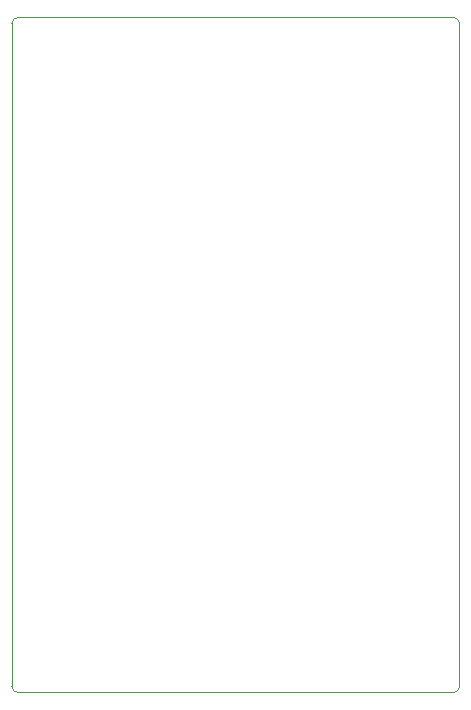
<source format=gm1>
G04 #@! TF.GenerationSoftware,KiCad,Pcbnew,7.0.5*
G04 #@! TF.CreationDate,2023-08-16T13:59:19+08:00*
G04 #@! TF.ProjectId,RA,52412e6b-6963-4616-945f-706362585858,rev?*
G04 #@! TF.SameCoordinates,Original*
G04 #@! TF.FileFunction,Profile,NP*
%FSLAX46Y46*%
G04 Gerber Fmt 4.6, Leading zero omitted, Abs format (unit mm)*
G04 Created by KiCad (PCBNEW 7.0.5) date 2023-08-16 13:59:19*
%MOMM*%
%LPD*%
G01*
G04 APERTURE LIST*
G04 #@! TA.AperFunction,Profile*
%ADD10C,0.100000*%
G04 #@! TD*
G04 APERTURE END LIST*
D10*
X114135000Y-44905000D02*
G75*
G03*
X113635000Y-45405000I0J-500000D01*
G01*
X151535000Y-45405000D02*
G75*
G03*
X151035000Y-44905000I-500000J0D01*
G01*
X151535000Y-101555000D02*
X151535000Y-45405000D01*
X151035000Y-44905000D02*
X114135000Y-44905000D01*
X151035000Y-102055000D02*
X114135000Y-102055000D01*
X113635000Y-101555000D02*
G75*
G03*
X114135000Y-102055000I500000J0D01*
G01*
X113635000Y-45405000D02*
X113635000Y-101555000D01*
X151035000Y-102055000D02*
G75*
G03*
X151535000Y-101555000I0J500000D01*
G01*
M02*

</source>
